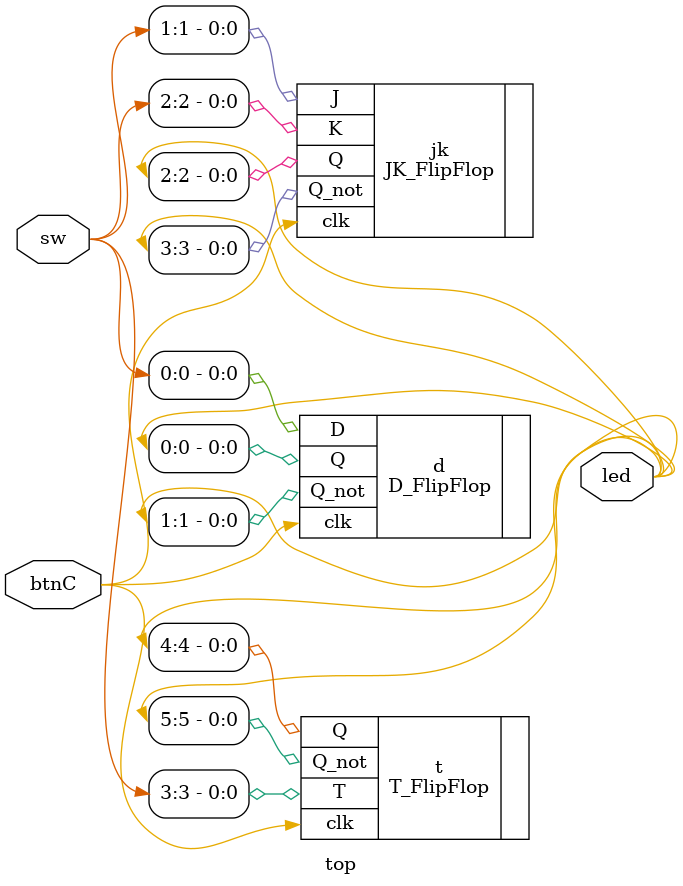
<source format=v>
`timescale 1ns / 1ps

module top(
        input [3:0]sw,
        input btnC,
        output [5:0]led
    );
    
    D_FlipFlop d (
        .D(sw[0]),
        .clk(btnC),
        .Q(led[0]),
        .Q_not(led[1])
    );

    JK_FlipFlop jk (
        .J(sw[1]),
        .K(sw[2]),
        .clk(btnC),
        .Q(led[2]),
        .Q_not(led[3]) 
    );
    
    T_FlipFlop t (
        .T(sw[3]),
        .clk(btnC),
        .Q(led[4]),
        .Q_not(led[5])
    );
    
endmodule

</source>
